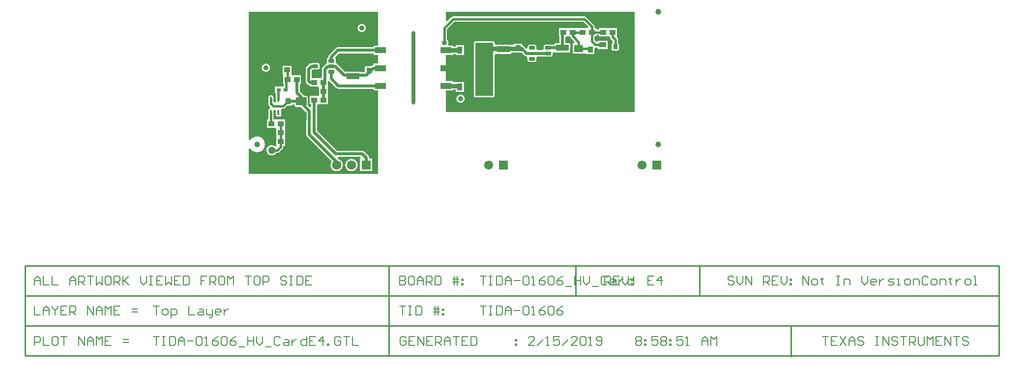
<source format=gtl>
G04*
G04 #@! TF.GenerationSoftware,Altium Limited,Altium Designer,18.1.9 (240)*
G04*
G04 Layer_Physical_Order=1*
G04 Layer_Color=255*
%FSAX25Y25*%
%MOIN*%
G70*
G01*
G75*
%ADD10C,0.00800*%
%ADD21C,0.01000*%
%ADD22C,0.03937*%
%ADD23R,0.08661X0.04331*%
%ADD24R,0.03937X0.03740*%
%ADD25R,0.03740X0.03937*%
%ADD26R,0.06300X0.05000*%
%ADD27R,0.04331X0.08661*%
G04:AMPARAMS|DCode=28|XSize=31.5mil|YSize=29.53mil|CornerRadius=1.92mil|HoleSize=0mil|Usage=FLASHONLY|Rotation=90.000|XOffset=0mil|YOffset=0mil|HoleType=Round|Shape=RoundedRectangle|*
%AMROUNDEDRECTD28*
21,1,0.03150,0.02569,0,0,90.0*
21,1,0.02766,0.02953,0,0,90.0*
1,1,0.00384,0.01284,0.01383*
1,1,0.00384,0.01284,-0.01383*
1,1,0.00384,-0.01284,-0.01383*
1,1,0.00384,-0.01284,0.01383*
%
%ADD28ROUNDEDRECTD28*%
%ADD29R,0.04803X0.03602*%
%ADD30R,0.07480X0.04488*%
G04:AMPARAMS|DCode=31|XSize=23.62mil|YSize=39.37mil|CornerRadius=2.01mil|HoleSize=0mil|Usage=FLASHONLY|Rotation=270.000|XOffset=0mil|YOffset=0mil|HoleType=Round|Shape=RoundedRectangle|*
%AMROUNDEDRECTD31*
21,1,0.02362,0.03535,0,0,270.0*
21,1,0.01961,0.03937,0,0,270.0*
1,1,0.00402,-0.01768,-0.00980*
1,1,0.00402,-0.01768,0.00980*
1,1,0.00402,0.01768,0.00980*
1,1,0.00402,0.01768,-0.00980*
%
%ADD31ROUNDEDRECTD31*%
G04:AMPARAMS|DCode=32|XSize=70.87mil|YSize=55.12mil|CornerRadius=1.93mil|HoleSize=0mil|Usage=FLASHONLY|Rotation=0.000|XOffset=0mil|YOffset=0mil|HoleType=Round|Shape=RoundedRectangle|*
%AMROUNDEDRECTD32*
21,1,0.07087,0.05126,0,0,0.0*
21,1,0.06701,0.05512,0,0,0.0*
1,1,0.00386,0.03350,-0.02563*
1,1,0.00386,-0.03350,-0.02563*
1,1,0.00386,-0.03350,0.02563*
1,1,0.00386,0.03350,0.02563*
%
%ADD32ROUNDEDRECTD32*%
%ADD33R,0.03150X0.02362*%
G04:AMPARAMS|DCode=34|XSize=15.75mil|YSize=33.47mil|CornerRadius=1.97mil|HoleSize=0mil|Usage=FLASHONLY|Rotation=180.000|XOffset=0mil|YOffset=0mil|HoleType=Round|Shape=RoundedRectangle|*
%AMROUNDEDRECTD34*
21,1,0.01575,0.02953,0,0,180.0*
21,1,0.01181,0.03347,0,0,180.0*
1,1,0.00394,-0.00591,0.01476*
1,1,0.00394,0.00591,0.01476*
1,1,0.00394,0.00591,-0.01476*
1,1,0.00394,-0.00591,-0.01476*
%
%ADD34ROUNDEDRECTD34*%
%ADD35R,0.03602X0.04803*%
%ADD55C,0.02000*%
%ADD56C,0.01500*%
%ADD57C,0.03000*%
%ADD58O,0.02500X0.50000*%
%ADD59C,0.06299*%
%ADD60R,0.06299X0.06299*%
%ADD61R,0.06102X0.06102*%
%ADD62C,0.06102*%
%ADD63C,0.05000*%
%ADD64C,0.03500*%
G36*
X0279200Y0250397D02*
X0276196D01*
Y0249192D01*
X0251953D01*
X0251172Y0249037D01*
X0250511Y0248595D01*
X0246171Y0244255D01*
X0245729Y0243594D01*
X0245574Y0242813D01*
Y0242291D01*
X0245377Y0242252D01*
X0244980Y0241986D01*
X0244715Y0241589D01*
X0244621Y0241121D01*
Y0239160D01*
X0244585Y0238284D01*
X0243923Y0237842D01*
X0241758Y0235677D01*
X0241316Y0235015D01*
X0241161Y0234235D01*
Y0228977D01*
X0240454Y0228270D01*
X0239381Y0228270D01*
X0238381Y0228270D01*
X0234239D01*
Y0233551D01*
X0234970Y0234205D01*
X0235019Y0234195D01*
X0238554D01*
X0239023Y0234289D01*
X0239420Y0234554D01*
X0239685Y0234951D01*
X0239779Y0235420D01*
Y0237380D01*
X0239685Y0237849D01*
X0239420Y0238246D01*
X0239023Y0238511D01*
X0238554Y0238605D01*
X0235019D01*
X0234550Y0238511D01*
X0234442Y0238439D01*
X0234200D01*
X0233420Y0238284D01*
X0232758Y0237842D01*
X0230758Y0235842D01*
X0230316Y0235180D01*
X0230161Y0234400D01*
Y0226400D01*
X0230316Y0225620D01*
X0230758Y0224958D01*
X0231758Y0223958D01*
X0232420Y0223516D01*
X0233082Y0223384D01*
Y0222530D01*
X0238489D01*
X0239094Y0222354D01*
X0239381Y0221680D01*
Y0217120D01*
X0239094Y0216446D01*
X0238489Y0216270D01*
X0233082D01*
Y0210530D01*
X0234011D01*
Y0208889D01*
X0233087Y0208507D01*
X0231746Y0209849D01*
X0231767Y0209955D01*
Y0215081D01*
X0231674Y0215546D01*
X0231410Y0215941D01*
X0231016Y0216205D01*
X0230550Y0216297D01*
X0229006D01*
X0228642Y0216842D01*
X0226200Y0219284D01*
Y0224456D01*
X0227130D01*
Y0230196D01*
X0221193D01*
Y0230196D01*
X0220971D01*
X0220591Y0231097D01*
Y0236779D01*
X0214654D01*
Y0231097D01*
X0214654Y0231039D01*
X0214654Y0231039D01*
X0214893Y0230196D01*
X0214893Y0230196D01*
Y0224456D01*
X0215172D01*
Y0222581D01*
X0209263D01*
Y0218219D01*
X0209975D01*
Y0215439D01*
X0209948Y0215305D01*
Y0212353D01*
X0209320Y0211723D01*
X0208789Y0212018D01*
X0208452Y0212512D01*
Y0215305D01*
X0208359Y0215773D01*
X0208094Y0216168D01*
X0207698Y0216433D01*
X0207231Y0216526D01*
X0206050D01*
X0205583Y0216433D01*
X0205188Y0216168D01*
X0204923Y0215773D01*
X0204830Y0215305D01*
Y0212353D01*
X0204857Y0212219D01*
Y0210959D01*
X0204993Y0210276D01*
X0205379Y0209697D01*
X0206409Y0208667D01*
X0206097Y0207797D01*
X0206004Y0207658D01*
X0205583Y0207575D01*
X0205188Y0207310D01*
X0204923Y0206914D01*
X0204830Y0206447D01*
Y0203495D01*
X0204857Y0203361D01*
Y0200270D01*
X0204082D01*
Y0194530D01*
X0209539Y0194530D01*
X0210134Y0194261D01*
X0210381Y0193680D01*
Y0188409D01*
X0210381D01*
X0210381Y0188041D01*
X0210381D01*
Y0182568D01*
X0210358Y0182545D01*
X0209480Y0182062D01*
X0208965Y0182457D01*
X0208114Y0182810D01*
X0207200Y0182930D01*
X0206286Y0182810D01*
X0205435Y0182457D01*
X0204704Y0181896D01*
X0204143Y0181165D01*
X0203790Y0180314D01*
X0203670Y0179400D01*
X0203790Y0178486D01*
X0204143Y0177635D01*
X0204704Y0176904D01*
X0205435Y0176343D01*
X0206286Y0175990D01*
X0207200Y0175870D01*
X0208114Y0175990D01*
X0208965Y0176343D01*
X0209696Y0176904D01*
X0210243Y0177616D01*
X0210984D01*
X0211667Y0177752D01*
X0212246Y0178138D01*
X0214611Y0180504D01*
X0214998Y0181082D01*
X0215134Y0181765D01*
Y0182301D01*
X0216318D01*
Y0188041D01*
X0216318D01*
X0216318Y0188409D01*
X0216318D01*
Y0194149D01*
X0216318D01*
X0216318Y0194530D01*
X0216318D01*
Y0200270D01*
X0211019D01*
X0210381Y0200270D01*
X0209425Y0200270D01*
X0208425Y0200377D01*
Y0203361D01*
X0208452Y0203495D01*
Y0206447D01*
X0209200Y0206944D01*
X0209245Y0206914D01*
X0209948Y0206107D01*
Y0203495D01*
X0210041Y0203028D01*
X0210306Y0202632D01*
X0210701Y0202367D01*
X0211169Y0202274D01*
X0212350D01*
X0212817Y0202367D01*
X0213212Y0202632D01*
X0213477Y0203028D01*
X0213570Y0203495D01*
Y0206447D01*
X0213536Y0206616D01*
X0214004Y0207418D01*
X0214211Y0207616D01*
X0215050D01*
X0215733Y0207751D01*
X0216312Y0208138D01*
X0217755Y0209581D01*
X0221070D01*
Y0210479D01*
X0222633D01*
Y0209955D01*
X0222726Y0209490D01*
X0222990Y0209095D01*
X0223384Y0208831D01*
X0223850Y0208739D01*
X0227088D01*
X0230716Y0205111D01*
Y0189845D01*
X0230871Y0189065D01*
X0231313Y0188403D01*
X0247857Y0171859D01*
X0247575Y0171493D01*
X0247157Y0170483D01*
X0247015Y0169400D01*
X0247157Y0168317D01*
X0247575Y0167307D01*
X0248240Y0166440D01*
X0249107Y0165775D01*
X0250117Y0165357D01*
X0251200Y0165215D01*
X0252283Y0165357D01*
X0253293Y0165775D01*
X0254159Y0166440D01*
X0254825Y0167307D01*
X0255243Y0168317D01*
X0255385Y0169400D01*
X0255243Y0170483D01*
X0254825Y0171493D01*
X0254159Y0172360D01*
X0253293Y0173025D01*
X0252283Y0173443D01*
X0252040Y0173898D01*
X0252605Y0174898D01*
X0267229D01*
X0267477Y0174550D01*
X0267050Y0173550D01*
X0267050D01*
Y0165250D01*
X0275350D01*
Y0173550D01*
X0273700D01*
X0273239Y0174400D01*
X0273084Y0175180D01*
X0272642Y0175842D01*
X0272642Y0175842D01*
X0270105Y0178379D01*
X0269443Y0178821D01*
X0268663Y0178977D01*
X0251507D01*
X0238090Y0192394D01*
Y0209823D01*
X0238797Y0210530D01*
X0240019Y0210530D01*
X0245318D01*
Y0216270D01*
X0245318D01*
X0245318Y0216530D01*
X0245318D01*
Y0222270D01*
X0245318D01*
X0245318Y0222530D01*
X0245318D01*
Y0226022D01*
X0245735Y0226277D01*
X0246318Y0226398D01*
X0251021Y0221695D01*
X0251683Y0221253D01*
X0252463Y0221098D01*
X0276196D01*
Y0219893D01*
X0279200D01*
Y0163400D01*
X0191749D01*
Y0180260D01*
X0191787Y0180282D01*
X0192749Y0180516D01*
X0193429Y0179629D01*
X0194534Y0178782D01*
X0195820Y0178249D01*
X0197200Y0178067D01*
X0198580Y0178249D01*
X0199866Y0178782D01*
X0200971Y0179629D01*
X0201818Y0180734D01*
X0202351Y0182020D01*
X0202533Y0183400D01*
X0202351Y0184780D01*
X0201818Y0186066D01*
X0200971Y0187171D01*
X0199866Y0188018D01*
X0198580Y0188551D01*
X0197200Y0188733D01*
X0195820Y0188551D01*
X0194534Y0188018D01*
X0193429Y0187171D01*
X0192749Y0186284D01*
X0191787Y0186518D01*
X0191749Y0186540D01*
Y0273400D01*
X0279200D01*
Y0250397D01*
D02*
G37*
G36*
X0276196Y0243909D02*
X0279200D01*
Y0238389D01*
X0276196D01*
Y0237184D01*
X0276162D01*
X0275381Y0237029D01*
X0274720Y0236587D01*
X0274352Y0236219D01*
X0270330D01*
Y0232439D01*
X0267531D01*
Y0232798D01*
X0256869D01*
X0256869Y0232798D01*
Y0232798D01*
X0256128Y0233356D01*
X0251642Y0237842D01*
X0250980Y0238284D01*
X0250605Y0239160D01*
Y0241121D01*
X0250512Y0241589D01*
X0250247Y0241986D01*
X0250195Y0242511D01*
X0252797Y0245114D01*
X0276196D01*
Y0243909D01*
D02*
G37*
G36*
X0453200Y0205400D02*
X0325200D01*
Y0219893D01*
X0330204D01*
Y0220588D01*
X0331952D01*
Y0218998D01*
X0337554D01*
Y0225802D01*
X0331952D01*
Y0225686D01*
X0330204D01*
Y0226381D01*
X0325200D01*
Y0243909D01*
X0330204D01*
Y0244604D01*
X0331952D01*
Y0243998D01*
X0337554D01*
Y0250802D01*
X0331952D01*
Y0249702D01*
X0330204D01*
Y0250397D01*
X0327390D01*
X0327223Y0250527D01*
X0326761Y0251397D01*
X0326879Y0251682D01*
X0326974Y0252400D01*
X0326879Y0253118D01*
X0326602Y0253787D01*
X0326161Y0254361D01*
X0325984Y0254497D01*
Y0261661D01*
X0330939Y0266616D01*
X0418461D01*
X0421807Y0263270D01*
X0421722Y0263067D01*
X0421232Y0262270D01*
X0420869D01*
Y0262270D01*
X0414932D01*
Y0262270D01*
X0414169D01*
Y0262270D01*
X0408869D01*
X0408231Y0262270D01*
X0407232Y0262270D01*
X0401932D01*
Y0256530D01*
X0402161D01*
Y0252061D01*
X0398869D01*
Y0250924D01*
X0396958D01*
X0396850Y0250996D01*
X0396381Y0251090D01*
X0392846D01*
X0392377Y0250996D01*
X0391980Y0250731D01*
X0391715Y0250334D01*
X0391621Y0249865D01*
Y0247905D01*
X0390772Y0247184D01*
X0387628D01*
X0386779Y0247905D01*
Y0249865D01*
X0386685Y0250334D01*
X0386420Y0250731D01*
X0386023Y0250996D01*
X0385554Y0251090D01*
X0382019D01*
X0381550Y0250996D01*
X0381153Y0250731D01*
X0380888Y0250334D01*
X0380795Y0249865D01*
Y0248699D01*
X0379795Y0248285D01*
X0378343Y0249736D01*
X0378163Y0249856D01*
X0378002Y0250097D01*
X0377175Y0250649D01*
X0377070Y0250670D01*
Y0251518D01*
X0371330D01*
Y0250844D01*
X0369531D01*
Y0251061D01*
X0359220D01*
X0358220Y0251792D01*
Y0252400D01*
X0358142Y0252790D01*
X0357921Y0253121D01*
X0357590Y0253342D01*
X0357200Y0253420D01*
X0345200D01*
X0344810Y0253342D01*
X0344479Y0253121D01*
X0344258Y0252790D01*
X0344180Y0252400D01*
Y0216400D01*
X0344258Y0216010D01*
X0344479Y0215679D01*
X0344810Y0215458D01*
X0345200Y0215380D01*
X0357200Y0215380D01*
X0357590Y0215458D01*
X0357921Y0215679D01*
X0358142Y0216010D01*
X0358220Y0216400D01*
X0358220Y0244000D01*
X0358869Y0244731D01*
X0369531D01*
Y0245745D01*
X0371330D01*
Y0245581D01*
X0376730D01*
X0378608Y0243703D01*
X0379270Y0243261D01*
X0379958Y0243124D01*
X0380132Y0243027D01*
X0380795Y0242385D01*
Y0240424D01*
X0380888Y0239956D01*
X0381153Y0239559D01*
X0381550Y0239293D01*
X0382019Y0239200D01*
X0385554D01*
X0386023Y0239293D01*
X0386420Y0239559D01*
X0386685Y0239956D01*
X0386779Y0240424D01*
Y0242385D01*
X0387628Y0243106D01*
X0392269D01*
X0392377Y0243034D01*
X0392846Y0242940D01*
X0396381D01*
X0396850Y0243034D01*
X0397247Y0243299D01*
X0397512Y0243696D01*
X0397605Y0244165D01*
Y0245369D01*
X0398605Y0246008D01*
X0398869Y0245886D01*
Y0245731D01*
X0409531D01*
Y0252061D01*
X0406239D01*
Y0255823D01*
X0406946Y0256530D01*
X0407869Y0256530D01*
X0409495Y0256530D01*
X0409551Y0256248D01*
X0409938Y0255669D01*
X0412707Y0252900D01*
X0412293Y0251900D01*
X0411190D01*
Y0244900D01*
X0419490D01*
X0419490Y0244900D01*
X0420330Y0244581D01*
Y0244581D01*
X0420358Y0244581D01*
X0426070D01*
Y0248179D01*
X0426753Y0249063D01*
X0426753Y0249063D01*
X0428249D01*
Y0248060D01*
X0435052D01*
Y0253662D01*
X0428249D01*
Y0253219D01*
X0427249Y0252874D01*
X0425984Y0254139D01*
Y0256530D01*
X0427169D01*
Y0257616D01*
X0428932D01*
Y0256530D01*
X0434232D01*
X0434869Y0256530D01*
X0436286Y0256530D01*
X0436416Y0256400D01*
X0436552Y0255717D01*
X0436938Y0255138D01*
X0438416Y0253661D01*
Y0252032D01*
X0438056Y0251792D01*
X0437793Y0251398D01*
X0437700Y0250933D01*
Y0248167D01*
X0437793Y0247702D01*
X0438056Y0247307D01*
X0438450Y0247044D01*
X0438915Y0246952D01*
X0441484D01*
X0441950Y0247044D01*
X0442344Y0247307D01*
X0442607Y0247702D01*
X0442700Y0248167D01*
Y0250933D01*
X0442607Y0251398D01*
X0442344Y0251792D01*
X0441984Y0252032D01*
Y0254400D01*
X0441984Y0254400D01*
X0441849Y0255083D01*
X0441490Y0255619D01*
X0441168Y0256530D01*
X0441168Y0256530D01*
X0441168Y0256530D01*
Y0262270D01*
X0435869D01*
X0435231Y0262270D01*
X0434232Y0262270D01*
X0428932D01*
Y0261184D01*
X0427169D01*
Y0262270D01*
X0425984D01*
Y0263400D01*
X0425984Y0263400D01*
X0425848Y0264083D01*
X0425462Y0264662D01*
X0425462Y0264662D01*
X0420462Y0269662D01*
X0419883Y0270048D01*
X0419200Y0270184D01*
X0330200D01*
X0329517Y0270048D01*
X0328938Y0269662D01*
X0326124Y0266847D01*
X0325200Y0267230D01*
Y0273400D01*
X0453200D01*
Y0205400D01*
D02*
G37*
G36*
X0357200Y0216400D02*
X0345200Y0216400D01*
Y0252400D01*
X0357200D01*
X0357200Y0216400D01*
D02*
G37*
%LPC*%
G36*
X0268200Y0265174D02*
X0267482Y0265079D01*
X0266813Y0264802D01*
X0266239Y0264361D01*
X0265798Y0263787D01*
X0265521Y0263118D01*
X0265426Y0262400D01*
X0265521Y0261682D01*
X0265798Y0261013D01*
X0266239Y0260439D01*
X0266813Y0259998D01*
X0267482Y0259721D01*
X0268200Y0259626D01*
X0268918Y0259721D01*
X0269587Y0259998D01*
X0270161Y0260439D01*
X0270602Y0261013D01*
X0270879Y0261682D01*
X0270974Y0262400D01*
X0270879Y0263118D01*
X0270602Y0263787D01*
X0270161Y0264361D01*
X0269587Y0264802D01*
X0268918Y0265079D01*
X0268200Y0265174D01*
D02*
G37*
G36*
X0203200Y0238174D02*
X0202482Y0238079D01*
X0201813Y0237802D01*
X0201239Y0237361D01*
X0200798Y0236787D01*
X0200521Y0236118D01*
X0200426Y0235400D01*
X0200521Y0234682D01*
X0200798Y0234013D01*
X0201239Y0233439D01*
X0201813Y0232998D01*
X0202482Y0232721D01*
X0203200Y0232626D01*
X0203918Y0232721D01*
X0204587Y0232998D01*
X0205161Y0233439D01*
X0205602Y0234013D01*
X0205879Y0234682D01*
X0205974Y0235400D01*
X0205879Y0236118D01*
X0205602Y0236787D01*
X0205161Y0237361D01*
X0204587Y0237802D01*
X0203918Y0238079D01*
X0203200Y0238174D01*
D02*
G37*
G36*
X0261200Y0173585D02*
X0260117Y0173443D01*
X0259107Y0173025D01*
X0258241Y0172360D01*
X0257575Y0171493D01*
X0257157Y0170483D01*
X0257015Y0169400D01*
X0257157Y0168317D01*
X0257575Y0167307D01*
X0258241Y0166440D01*
X0259107Y0165775D01*
X0260117Y0165357D01*
X0261200Y0165215D01*
X0262283Y0165357D01*
X0263293Y0165775D01*
X0264159Y0166440D01*
X0264825Y0167307D01*
X0265243Y0168317D01*
X0265385Y0169400D01*
X0265243Y0170483D01*
X0264825Y0171493D01*
X0264159Y0172360D01*
X0263293Y0173025D01*
X0262283Y0173443D01*
X0261200Y0173585D01*
D02*
G37*
G36*
X0335200Y0217174D02*
X0334482Y0217079D01*
X0333813Y0216802D01*
X0333239Y0216361D01*
X0332798Y0215787D01*
X0332521Y0215118D01*
X0332426Y0214400D01*
X0332521Y0213682D01*
X0332798Y0213013D01*
X0333239Y0212439D01*
X0333813Y0211998D01*
X0334482Y0211721D01*
X0335200Y0211626D01*
X0335918Y0211721D01*
X0336587Y0211998D01*
X0337161Y0212439D01*
X0337602Y0213013D01*
X0337879Y0213682D01*
X0337974Y0214400D01*
X0337879Y0215118D01*
X0337602Y0215787D01*
X0337161Y0216361D01*
X0336587Y0216802D01*
X0335918Y0217079D01*
X0335200Y0217174D01*
D02*
G37*
%LPD*%
G54D10*
X0126900Y0073549D02*
X0130899D01*
X0128899D01*
Y0067551D01*
X0133898D02*
X0135897D01*
X0136897Y0068550D01*
Y0070550D01*
X0135897Y0071549D01*
X0133898D01*
X0132898Y0070550D01*
Y0068550D01*
X0133898Y0067551D01*
X0138896Y0065551D02*
Y0071549D01*
X0141895D01*
X0142895Y0070550D01*
Y0068550D01*
X0141895Y0067551D01*
X0138896D01*
X0150892Y0073549D02*
Y0067551D01*
X0154891D01*
X0157890Y0071549D02*
X0159889D01*
X0160889Y0070550D01*
Y0067551D01*
X0157890D01*
X0156890Y0068550D01*
X0157890Y0069550D01*
X0160889D01*
X0162888Y0071549D02*
Y0068550D01*
X0163888Y0067551D01*
X0166887D01*
Y0066551D01*
X0165887Y0065551D01*
X0164888D01*
X0166887Y0067551D02*
Y0071549D01*
X0171885Y0067551D02*
X0169886D01*
X0168886Y0068550D01*
Y0070550D01*
X0169886Y0071549D01*
X0171885D01*
X0172885Y0070550D01*
Y0069550D01*
X0168886D01*
X0174884Y0071549D02*
Y0067551D01*
Y0069550D01*
X0175884Y0070550D01*
X0176884Y0071549D01*
X0177884D01*
X0348550Y0073498D02*
X0352549D01*
X0350549D01*
Y0067500D01*
X0354548Y0073498D02*
X0356547D01*
X0355548D01*
Y0067500D01*
X0354548D01*
X0356547D01*
X0359546Y0073498D02*
Y0067500D01*
X0362545D01*
X0363545Y0068500D01*
Y0072498D01*
X0362545Y0073498D01*
X0359546D01*
X0365545Y0067500D02*
Y0071499D01*
X0367544Y0073498D01*
X0369543Y0071499D01*
Y0067500D01*
Y0070499D01*
X0365545D01*
X0371543D02*
X0375541D01*
X0377541Y0072498D02*
X0378540Y0073498D01*
X0380540D01*
X0381539Y0072498D01*
Y0068500D01*
X0380540Y0067500D01*
X0378540D01*
X0377541Y0068500D01*
Y0072498D01*
X0383539Y0067500D02*
X0385538D01*
X0384538D01*
Y0073498D01*
X0383539Y0072498D01*
X0392536Y0073498D02*
X0390536Y0072498D01*
X0388537Y0070499D01*
Y0068500D01*
X0389537Y0067500D01*
X0391536D01*
X0392536Y0068500D01*
Y0069499D01*
X0391536Y0070499D01*
X0388537D01*
X0394535Y0072498D02*
X0395535Y0073498D01*
X0397534D01*
X0398534Y0072498D01*
Y0068500D01*
X0397534Y0067500D01*
X0395535D01*
X0394535Y0068500D01*
Y0072498D01*
X0404532Y0073498D02*
X0402532Y0072498D01*
X0400533Y0070499D01*
Y0068500D01*
X0401533Y0067500D01*
X0403532D01*
X0404532Y0068500D01*
Y0069499D01*
X0403532Y0070499D01*
X0400533D01*
X0294000Y0073498D02*
X0297999D01*
X0295999D01*
Y0067500D01*
X0299998Y0073498D02*
X0301997D01*
X0300998D01*
Y0067500D01*
X0299998D01*
X0301997D01*
X0304996Y0073498D02*
Y0067500D01*
X0307996D01*
X0308995Y0068500D01*
Y0072498D01*
X0307996Y0073498D01*
X0304996D01*
X0317992Y0067500D02*
Y0073498D01*
X0319992D02*
Y0067500D01*
X0316993Y0071499D02*
X0319992D01*
X0320991D01*
X0316993Y0069499D02*
X0320991D01*
X0322991Y0071499D02*
X0323990D01*
Y0070499D01*
X0322991D01*
Y0071499D01*
Y0068500D02*
X0323990D01*
Y0067500D01*
X0322991D01*
Y0068500D01*
X0580500Y0052965D02*
X0584499D01*
X0582499D01*
Y0046966D01*
X0590497Y0052965D02*
X0586498D01*
Y0046966D01*
X0590497D01*
X0586498Y0049966D02*
X0588497D01*
X0592496Y0052965D02*
X0596495Y0046966D01*
Y0052965D02*
X0592496Y0046966D01*
X0598494D02*
Y0050965D01*
X0600493Y0052965D01*
X0602493Y0050965D01*
Y0046966D01*
Y0049966D01*
X0598494D01*
X0608491Y0051965D02*
X0607491Y0052965D01*
X0605492D01*
X0604492Y0051965D01*
Y0050965D01*
X0605492Y0049966D01*
X0607491D01*
X0608491Y0048966D01*
Y0047966D01*
X0607491Y0046966D01*
X0605492D01*
X0604492Y0047966D01*
X0616488Y0052965D02*
X0618488D01*
X0617488D01*
Y0046966D01*
X0616488D01*
X0618488D01*
X0621487D02*
Y0052965D01*
X0625486Y0046966D01*
Y0052965D01*
X0631484Y0051965D02*
X0630484Y0052965D01*
X0628484D01*
X0627485Y0051965D01*
Y0050965D01*
X0628484Y0049966D01*
X0630484D01*
X0631484Y0048966D01*
Y0047966D01*
X0630484Y0046966D01*
X0628484D01*
X0627485Y0047966D01*
X0633483Y0052965D02*
X0637482D01*
X0635482D01*
Y0046966D01*
X0639481D02*
Y0052965D01*
X0642480D01*
X0643480Y0051965D01*
Y0049966D01*
X0642480Y0048966D01*
X0639481D01*
X0641480D02*
X0643480Y0046966D01*
X0645479Y0052965D02*
Y0047966D01*
X0646479Y0046966D01*
X0648478D01*
X0649478Y0047966D01*
Y0052965D01*
X0651477Y0046966D02*
Y0052965D01*
X0653476Y0050965D01*
X0655476Y0052965D01*
Y0046966D01*
X0661474Y0052965D02*
X0657475D01*
Y0046966D01*
X0661474D01*
X0657475Y0049966D02*
X0659474D01*
X0663473Y0046966D02*
Y0052965D01*
X0667472Y0046966D01*
Y0052965D01*
X0669471D02*
X0673470D01*
X0671471D01*
Y0046966D01*
X0679468Y0051965D02*
X0678468Y0052965D01*
X0676469D01*
X0675469Y0051965D01*
Y0050965D01*
X0676469Y0049966D01*
X0678468D01*
X0679468Y0048966D01*
Y0047966D01*
X0678468Y0046966D01*
X0676469D01*
X0675469Y0047966D01*
X0454050Y0051965D02*
X0455050Y0052965D01*
X0457049D01*
X0458049Y0051965D01*
Y0050965D01*
X0457049Y0049966D01*
X0458049Y0048966D01*
Y0047966D01*
X0457049Y0046966D01*
X0455050D01*
X0454050Y0047966D01*
Y0048966D01*
X0455050Y0049966D01*
X0454050Y0050965D01*
Y0051965D01*
X0455050Y0049966D02*
X0457049D01*
X0460048Y0050965D02*
X0461048D01*
Y0049966D01*
X0460048D01*
Y0050965D01*
Y0047966D02*
X0461048D01*
Y0046966D01*
X0460048D01*
Y0047966D01*
X0469045Y0052965D02*
X0465046D01*
Y0049966D01*
X0467046Y0050965D01*
X0468046D01*
X0469045Y0049966D01*
Y0047966D01*
X0468046Y0046966D01*
X0466046D01*
X0465046Y0047966D01*
X0471044Y0051965D02*
X0472044Y0052965D01*
X0474044D01*
X0475043Y0051965D01*
Y0050965D01*
X0474044Y0049966D01*
X0475043Y0048966D01*
Y0047966D01*
X0474044Y0046966D01*
X0472044D01*
X0471044Y0047966D01*
Y0048966D01*
X0472044Y0049966D01*
X0471044Y0050965D01*
Y0051965D01*
X0472044Y0049966D02*
X0474044D01*
X0477043Y0050965D02*
X0478042D01*
Y0049966D01*
X0477043D01*
Y0050965D01*
Y0047966D02*
X0478042D01*
Y0046966D01*
X0477043D01*
Y0047966D01*
X0486040Y0052965D02*
X0482041D01*
Y0049966D01*
X0484040Y0050965D01*
X0485040D01*
X0486040Y0049966D01*
Y0047966D01*
X0485040Y0046966D01*
X0483041D01*
X0482041Y0047966D01*
X0488039Y0046966D02*
X0490038D01*
X0489039D01*
Y0052965D01*
X0488039Y0051965D01*
X0499035Y0046966D02*
Y0050965D01*
X0501035Y0052965D01*
X0503034Y0050965D01*
Y0046966D01*
Y0049966D01*
X0499035D01*
X0505033Y0046966D02*
Y0052965D01*
X0507033Y0050965D01*
X0509032Y0052965D01*
Y0046966D01*
X0046350D02*
Y0052965D01*
X0049349D01*
X0050349Y0051965D01*
Y0049966D01*
X0049349Y0048966D01*
X0046350D01*
X0052348Y0052965D02*
Y0046966D01*
X0056347D01*
X0061345Y0052965D02*
X0059346D01*
X0058346Y0051965D01*
Y0047966D01*
X0059346Y0046966D01*
X0061345D01*
X0062345Y0047966D01*
Y0051965D01*
X0061345Y0052965D01*
X0064344D02*
X0068343D01*
X0066343D01*
Y0046966D01*
X0076340D02*
Y0052965D01*
X0080339Y0046966D01*
Y0052965D01*
X0082338Y0046966D02*
Y0050965D01*
X0084338Y0052965D01*
X0086337Y0050965D01*
Y0046966D01*
Y0049966D01*
X0082338D01*
X0088336Y0046966D02*
Y0052965D01*
X0090336Y0050965D01*
X0092335Y0052965D01*
Y0046966D01*
X0098333Y0052965D02*
X0094335D01*
Y0046966D01*
X0098333D01*
X0094335Y0049966D02*
X0096334D01*
X0106331Y0048966D02*
X0110329D01*
X0106331Y0050965D02*
X0110329D01*
X0046350Y0073549D02*
Y0067551D01*
X0050349D01*
X0052348D02*
Y0071549D01*
X0054347Y0073549D01*
X0056347Y0071549D01*
Y0067551D01*
Y0070550D01*
X0052348D01*
X0058346Y0073549D02*
Y0072549D01*
X0060346Y0070550D01*
X0062345Y0072549D01*
Y0073549D01*
X0060346Y0070550D02*
Y0067551D01*
X0068343Y0073549D02*
X0064344D01*
Y0067551D01*
X0068343D01*
X0064344Y0070550D02*
X0066343D01*
X0070342Y0067551D02*
Y0073549D01*
X0073341D01*
X0074341Y0072549D01*
Y0070550D01*
X0073341Y0069550D01*
X0070342D01*
X0072342D02*
X0074341Y0067551D01*
X0082338D02*
Y0073549D01*
X0086337Y0067551D01*
Y0073549D01*
X0088336Y0067551D02*
Y0071549D01*
X0090336Y0073549D01*
X0092335Y0071549D01*
Y0067551D01*
Y0070550D01*
X0088336D01*
X0094335Y0067551D02*
Y0073549D01*
X0096334Y0071549D01*
X0098333Y0073549D01*
Y0067551D01*
X0104331Y0073549D02*
X0100332D01*
Y0067551D01*
X0104331D01*
X0100332Y0070550D02*
X0102332D01*
X0112329Y0069550D02*
X0116327D01*
X0112329Y0071549D02*
X0116327D01*
X0294000Y0093831D02*
Y0087833D01*
X0296999D01*
X0297999Y0088833D01*
Y0089833D01*
X0296999Y0090832D01*
X0294000D01*
X0296999D01*
X0297999Y0091832D01*
Y0092832D01*
X0296999Y0093831D01*
X0294000D01*
X0302997D02*
X0300998D01*
X0299998Y0092832D01*
Y0088833D01*
X0300998Y0087833D01*
X0302997D01*
X0303997Y0088833D01*
Y0092832D01*
X0302997Y0093831D01*
X0305996Y0087833D02*
Y0091832D01*
X0307996Y0093831D01*
X0309995Y0091832D01*
Y0087833D01*
Y0090832D01*
X0305996D01*
X0311994Y0087833D02*
Y0093831D01*
X0314993D01*
X0315993Y0092832D01*
Y0090832D01*
X0314993Y0089833D01*
X0311994D01*
X0313994D02*
X0315993Y0087833D01*
X0317992Y0093831D02*
Y0087833D01*
X0320991D01*
X0321991Y0088833D01*
Y0092832D01*
X0320991Y0093831D01*
X0317992D01*
X0330988Y0087833D02*
Y0093831D01*
X0332987D02*
Y0087833D01*
X0329988Y0091832D02*
X0332987D01*
X0333987D01*
X0329988Y0089833D02*
X0333987D01*
X0335986Y0091832D02*
X0336986D01*
Y0090832D01*
X0335986D01*
Y0091832D01*
Y0088833D02*
X0336986D01*
Y0087833D01*
X0335986D01*
Y0088833D01*
X0348550Y0093831D02*
X0352549D01*
X0350549D01*
Y0087833D01*
X0354548Y0093831D02*
X0356547D01*
X0355548D01*
Y0087833D01*
X0354548D01*
X0356547D01*
X0359546Y0093831D02*
Y0087833D01*
X0362545D01*
X0363545Y0088833D01*
Y0092832D01*
X0362545Y0093831D01*
X0359546D01*
X0365545Y0087833D02*
Y0091832D01*
X0367544Y0093831D01*
X0369543Y0091832D01*
Y0087833D01*
Y0090832D01*
X0365545D01*
X0371543D02*
X0375541D01*
X0377541Y0092832D02*
X0378540Y0093831D01*
X0380540D01*
X0381539Y0092832D01*
Y0088833D01*
X0380540Y0087833D01*
X0378540D01*
X0377541Y0088833D01*
Y0092832D01*
X0383539Y0087833D02*
X0385538D01*
X0384538D01*
Y0093831D01*
X0383539Y0092832D01*
X0392536Y0093831D02*
X0390536Y0092832D01*
X0388537Y0090832D01*
Y0088833D01*
X0389537Y0087833D01*
X0391536D01*
X0392536Y0088833D01*
Y0089833D01*
X0391536Y0090832D01*
X0388537D01*
X0394535Y0092832D02*
X0395535Y0093831D01*
X0397534D01*
X0398534Y0092832D01*
Y0088833D01*
X0397534Y0087833D01*
X0395535D01*
X0394535Y0088833D01*
Y0092832D01*
X0404532Y0093831D02*
X0402532Y0092832D01*
X0400533Y0090832D01*
Y0088833D01*
X0401533Y0087833D01*
X0403532D01*
X0404532Y0088833D01*
Y0089833D01*
X0403532Y0090832D01*
X0400533D01*
X0406531Y0086834D02*
X0410530D01*
X0412529Y0093831D02*
Y0087833D01*
Y0090832D01*
X0416528D01*
Y0093831D01*
Y0087833D01*
X0418527Y0093831D02*
Y0089833D01*
X0420527Y0087833D01*
X0422526Y0089833D01*
Y0093831D01*
X0424525Y0086834D02*
X0428524D01*
X0434522Y0092832D02*
X0433523Y0093831D01*
X0431523D01*
X0430523Y0092832D01*
Y0088833D01*
X0431523Y0087833D01*
X0433523D01*
X0434522Y0088833D01*
X0437521Y0091832D02*
X0439521D01*
X0440520Y0090832D01*
Y0087833D01*
X0437521D01*
X0436521Y0088833D01*
X0437521Y0089833D01*
X0440520D01*
X0442520Y0091832D02*
Y0087833D01*
Y0089833D01*
X0443519Y0090832D01*
X0444519Y0091832D01*
X0445519D01*
X0452516Y0093831D02*
Y0087833D01*
X0449517D01*
X0448518Y0088833D01*
Y0090832D01*
X0449517Y0091832D01*
X0452516D01*
X0466149Y0093831D02*
X0462150D01*
Y0087833D01*
X0466149D01*
X0462150Y0090832D02*
X0464149D01*
X0471147Y0087833D02*
Y0093831D01*
X0468148Y0090832D01*
X0472147D01*
X0046350Y0087833D02*
Y0091832D01*
X0048349Y0093831D01*
X0050349Y0091832D01*
Y0087833D01*
Y0090832D01*
X0046350D01*
X0052348Y0093831D02*
Y0087833D01*
X0056347D01*
X0058346Y0093831D02*
Y0087833D01*
X0062345D01*
X0070342D02*
Y0091832D01*
X0072342Y0093831D01*
X0074341Y0091832D01*
Y0087833D01*
Y0090832D01*
X0070342D01*
X0076340Y0087833D02*
Y0093831D01*
X0079339D01*
X0080339Y0092832D01*
Y0090832D01*
X0079339Y0089833D01*
X0076340D01*
X0078340D02*
X0080339Y0087833D01*
X0082338Y0093831D02*
X0086337D01*
X0084338D01*
Y0087833D01*
X0088336Y0093831D02*
Y0087833D01*
X0090336Y0089833D01*
X0092335Y0087833D01*
Y0093831D01*
X0097334D02*
X0095334D01*
X0094335Y0092832D01*
Y0088833D01*
X0095334Y0087833D01*
X0097334D01*
X0098333Y0088833D01*
Y0092832D01*
X0097334Y0093831D01*
X0100332Y0087833D02*
Y0093831D01*
X0103332D01*
X0104331Y0092832D01*
Y0090832D01*
X0103332Y0089833D01*
X0100332D01*
X0102332D02*
X0104331Y0087833D01*
X0106331Y0093831D02*
Y0087833D01*
Y0089833D01*
X0110329Y0093831D01*
X0107330Y0090832D01*
X0110329Y0087833D01*
X0118327Y0093831D02*
Y0089833D01*
X0120326Y0087833D01*
X0122325Y0089833D01*
Y0093831D01*
X0124325D02*
X0126324D01*
X0125324D01*
Y0087833D01*
X0124325D01*
X0126324D01*
X0133322Y0093831D02*
X0129323D01*
Y0087833D01*
X0133322D01*
X0129323Y0090832D02*
X0131323D01*
X0135321Y0093831D02*
Y0087833D01*
X0137321Y0089833D01*
X0139320Y0087833D01*
Y0093831D01*
X0145318D02*
X0141319D01*
Y0087833D01*
X0145318D01*
X0141319Y0090832D02*
X0143319D01*
X0147317Y0093831D02*
Y0087833D01*
X0150316D01*
X0151316Y0088833D01*
Y0092832D01*
X0150316Y0093831D01*
X0147317D01*
X0163312D02*
X0159313D01*
Y0090832D01*
X0161313D01*
X0159313D01*
Y0087833D01*
X0165312D02*
Y0093831D01*
X0168310D01*
X0169310Y0092832D01*
Y0090832D01*
X0168310Y0089833D01*
X0165312D01*
X0167311D02*
X0169310Y0087833D01*
X0174309Y0093831D02*
X0172309D01*
X0171310Y0092832D01*
Y0088833D01*
X0172309Y0087833D01*
X0174309D01*
X0175308Y0088833D01*
Y0092832D01*
X0174309Y0093831D01*
X0177308Y0087833D02*
Y0093831D01*
X0179307Y0091832D01*
X0181306Y0093831D01*
Y0087833D01*
X0189304Y0093831D02*
X0193303D01*
X0191303D01*
Y0087833D01*
X0198301Y0093831D02*
X0196301D01*
X0195302Y0092832D01*
Y0088833D01*
X0196301Y0087833D01*
X0198301D01*
X0199301Y0088833D01*
Y0092832D01*
X0198301Y0093831D01*
X0201300Y0087833D02*
Y0093831D01*
X0204299D01*
X0205299Y0092832D01*
Y0090832D01*
X0204299Y0089833D01*
X0201300D01*
X0217295Y0092832D02*
X0216295Y0093831D01*
X0214296D01*
X0213296Y0092832D01*
Y0091832D01*
X0214296Y0090832D01*
X0216295D01*
X0217295Y0089833D01*
Y0088833D01*
X0216295Y0087833D01*
X0214296D01*
X0213296Y0088833D01*
X0219294Y0093831D02*
X0221293D01*
X0220294D01*
Y0087833D01*
X0219294D01*
X0221293D01*
X0224292Y0093831D02*
Y0087833D01*
X0227291D01*
X0228291Y0088833D01*
Y0092832D01*
X0227291Y0093831D01*
X0224292D01*
X0234289D02*
X0230291D01*
Y0087833D01*
X0234289D01*
X0230291Y0090832D02*
X0232290D01*
X0298199Y0051965D02*
X0297199Y0052965D01*
X0295200D01*
X0294200Y0051965D01*
Y0047966D01*
X0295200Y0046966D01*
X0297199D01*
X0298199Y0047966D01*
Y0049966D01*
X0296199D01*
X0304197Y0052965D02*
X0300198D01*
Y0046966D01*
X0304197D01*
X0300198Y0049966D02*
X0302197D01*
X0306196Y0046966D02*
Y0052965D01*
X0310195Y0046966D01*
Y0052965D01*
X0316193D02*
X0312194D01*
Y0046966D01*
X0316193D01*
X0312194Y0049966D02*
X0314194D01*
X0318192Y0046966D02*
Y0052965D01*
X0321191D01*
X0322191Y0051965D01*
Y0049966D01*
X0321191Y0048966D01*
X0318192D01*
X0320192D02*
X0322191Y0046966D01*
X0324190D02*
Y0050965D01*
X0326190Y0052965D01*
X0328189Y0050965D01*
Y0046966D01*
Y0049966D01*
X0324190D01*
X0330188Y0052965D02*
X0334187D01*
X0332188D01*
Y0046966D01*
X0340185Y0052965D02*
X0336186D01*
Y0046966D01*
X0340185D01*
X0336186Y0049966D02*
X0338186D01*
X0342184Y0052965D02*
Y0046966D01*
X0345183D01*
X0346183Y0047966D01*
Y0051965D01*
X0345183Y0052965D01*
X0342184D01*
X0372175Y0050965D02*
X0373175D01*
Y0049966D01*
X0372175D01*
Y0050965D01*
Y0047966D02*
X0373175D01*
Y0046966D01*
X0372175D01*
Y0047966D01*
X0385149Y0046966D02*
X0381150D01*
X0385149Y0050965D01*
Y0051965D01*
X0384149Y0052965D01*
X0382150D01*
X0381150Y0051965D01*
X0387148Y0046966D02*
X0391147Y0050965D01*
X0393146Y0046966D02*
X0395146D01*
X0394146D01*
Y0052965D01*
X0393146Y0051965D01*
X0402143Y0052965D02*
X0398145D01*
Y0049966D01*
X0400144Y0050965D01*
X0401144D01*
X0402143Y0049966D01*
Y0047966D01*
X0401144Y0046966D01*
X0399144D01*
X0398145Y0047966D01*
X0404143Y0046966D02*
X0408141Y0050965D01*
X0414139Y0046966D02*
X0410141D01*
X0414139Y0050965D01*
Y0051965D01*
X0413140Y0052965D01*
X0411140D01*
X0410141Y0051965D01*
X0416139D02*
X0417138Y0052965D01*
X0419138D01*
X0420137Y0051965D01*
Y0047966D01*
X0419138Y0046966D01*
X0417138D01*
X0416139Y0047966D01*
Y0051965D01*
X0422137Y0046966D02*
X0424136D01*
X0423136D01*
Y0052965D01*
X0422137Y0051965D01*
X0427135Y0047966D02*
X0428135Y0046966D01*
X0430134D01*
X0431134Y0047966D01*
Y0051965D01*
X0430134Y0052965D01*
X0428135D01*
X0427135Y0051965D01*
Y0050965D01*
X0428135Y0049966D01*
X0431134D01*
X0126900Y0052965D02*
X0130899D01*
X0128899D01*
Y0046966D01*
X0132898Y0052965D02*
X0134897D01*
X0133898D01*
Y0046966D01*
X0132898D01*
X0134897D01*
X0137896Y0052965D02*
Y0046966D01*
X0140895D01*
X0141895Y0047966D01*
Y0051965D01*
X0140895Y0052965D01*
X0137896D01*
X0143895Y0046966D02*
Y0050965D01*
X0145894Y0052965D01*
X0147893Y0050965D01*
Y0046966D01*
Y0049966D01*
X0143895D01*
X0149893D02*
X0153891D01*
X0155891Y0051965D02*
X0156890Y0052965D01*
X0158890D01*
X0159889Y0051965D01*
Y0047966D01*
X0158890Y0046966D01*
X0156890D01*
X0155891Y0047966D01*
Y0051965D01*
X0161889Y0046966D02*
X0163888D01*
X0162888D01*
Y0052965D01*
X0161889Y0051965D01*
X0170886Y0052965D02*
X0168886Y0051965D01*
X0166887Y0049966D01*
Y0047966D01*
X0167887Y0046966D01*
X0169886D01*
X0170886Y0047966D01*
Y0048966D01*
X0169886Y0049966D01*
X0166887D01*
X0172885Y0051965D02*
X0173885Y0052965D01*
X0175884D01*
X0176884Y0051965D01*
Y0047966D01*
X0175884Y0046966D01*
X0173885D01*
X0172885Y0047966D01*
Y0051965D01*
X0182882Y0052965D02*
X0180883Y0051965D01*
X0178883Y0049966D01*
Y0047966D01*
X0179883Y0046966D01*
X0181882D01*
X0182882Y0047966D01*
Y0048966D01*
X0181882Y0049966D01*
X0178883D01*
X0184881Y0045967D02*
X0188880D01*
X0190879Y0052965D02*
Y0046966D01*
Y0049966D01*
X0194878D01*
Y0052965D01*
Y0046966D01*
X0196877Y0052965D02*
Y0048966D01*
X0198877Y0046966D01*
X0200876Y0048966D01*
Y0052965D01*
X0202875Y0045967D02*
X0206874D01*
X0212872Y0051965D02*
X0211873Y0052965D01*
X0209873D01*
X0208874Y0051965D01*
Y0047966D01*
X0209873Y0046966D01*
X0211873D01*
X0212872Y0047966D01*
X0215871Y0050965D02*
X0217871D01*
X0218870Y0049966D01*
Y0046966D01*
X0215871D01*
X0214872Y0047966D01*
X0215871Y0048966D01*
X0218870D01*
X0220870Y0050965D02*
Y0046966D01*
Y0048966D01*
X0221869Y0049966D01*
X0222869Y0050965D01*
X0223869D01*
X0230866Y0052965D02*
Y0046966D01*
X0227867D01*
X0226868Y0047966D01*
Y0049966D01*
X0227867Y0050965D01*
X0230866D01*
X0236864Y0052965D02*
X0232866D01*
Y0046966D01*
X0236864D01*
X0232866Y0049966D02*
X0234865D01*
X0241863Y0046966D02*
Y0052965D01*
X0238864Y0049966D01*
X0242863D01*
X0244862Y0046966D02*
Y0047966D01*
X0245862D01*
Y0046966D01*
X0244862D01*
X0253859Y0051965D02*
X0252859Y0052965D01*
X0250860D01*
X0249860Y0051965D01*
Y0047966D01*
X0250860Y0046966D01*
X0252859D01*
X0253859Y0047966D01*
Y0049966D01*
X0251860D01*
X0255858Y0052965D02*
X0259857D01*
X0257858D01*
Y0046966D01*
X0261856Y0052965D02*
Y0046966D01*
X0265855D01*
X0433000Y0087833D02*
Y0093831D01*
X0435999D01*
X0436999Y0092832D01*
Y0090832D01*
X0435999Y0089833D01*
X0433000D01*
X0434999D02*
X0436999Y0087833D01*
X0442997Y0093831D02*
X0438998D01*
Y0087833D01*
X0442997D01*
X0438998Y0090832D02*
X0440997D01*
X0444996Y0093831D02*
Y0089833D01*
X0446995Y0087833D01*
X0448995Y0089833D01*
Y0093831D01*
X0450994Y0091832D02*
X0451994D01*
Y0090832D01*
X0450994D01*
Y0091832D01*
Y0088833D02*
X0451994D01*
Y0087833D01*
X0450994D01*
Y0088833D01*
X0520799Y0092832D02*
X0519799Y0093831D01*
X0517800D01*
X0516800Y0092832D01*
Y0091832D01*
X0517800Y0090832D01*
X0519799D01*
X0520799Y0089833D01*
Y0088833D01*
X0519799Y0087833D01*
X0517800D01*
X0516800Y0088833D01*
X0522798Y0093831D02*
Y0089833D01*
X0524797Y0087833D01*
X0526797Y0089833D01*
Y0093831D01*
X0528796Y0087833D02*
Y0093831D01*
X0532795Y0087833D01*
Y0093831D01*
X0540792Y0087833D02*
Y0093831D01*
X0543791D01*
X0544791Y0092832D01*
Y0090832D01*
X0543791Y0089833D01*
X0540792D01*
X0542792D02*
X0544791Y0087833D01*
X0550789Y0093831D02*
X0546790D01*
Y0087833D01*
X0550789D01*
X0546790Y0090832D02*
X0548790D01*
X0552788Y0093831D02*
Y0089833D01*
X0554788Y0087833D01*
X0556787Y0089833D01*
Y0093831D01*
X0558786Y0091832D02*
X0559786D01*
Y0090832D01*
X0558786D01*
Y0091832D01*
Y0088833D02*
X0559786D01*
Y0087833D01*
X0558786D01*
Y0088833D01*
X0567400Y0087833D02*
Y0093831D01*
X0571399Y0087833D01*
Y0093831D01*
X0574398Y0087833D02*
X0576397D01*
X0577397Y0088833D01*
Y0090832D01*
X0576397Y0091832D01*
X0574398D01*
X0573398Y0090832D01*
Y0088833D01*
X0574398Y0087833D01*
X0580396Y0092832D02*
Y0091832D01*
X0579396D01*
X0581395D01*
X0580396D01*
Y0088833D01*
X0581395Y0087833D01*
X0590393Y0093831D02*
X0592392D01*
X0591392D01*
Y0087833D01*
X0590393D01*
X0592392D01*
X0595391D02*
Y0091832D01*
X0598390D01*
X0599390Y0090832D01*
Y0087833D01*
X0607387Y0093831D02*
Y0089833D01*
X0609386Y0087833D01*
X0611386Y0089833D01*
Y0093831D01*
X0616384Y0087833D02*
X0614385D01*
X0613385Y0088833D01*
Y0090832D01*
X0614385Y0091832D01*
X0616384D01*
X0617384Y0090832D01*
Y0089833D01*
X0613385D01*
X0619383Y0091832D02*
Y0087833D01*
Y0089833D01*
X0620383Y0090832D01*
X0621383Y0091832D01*
X0622382D01*
X0625381Y0087833D02*
X0628380D01*
X0629380Y0088833D01*
X0628380Y0089833D01*
X0626381D01*
X0625381Y0090832D01*
X0626381Y0091832D01*
X0629380D01*
X0631379Y0087833D02*
X0633379D01*
X0632379D01*
Y0091832D01*
X0631379D01*
X0637377Y0087833D02*
X0639377D01*
X0640376Y0088833D01*
Y0090832D01*
X0639377Y0091832D01*
X0637377D01*
X0636378Y0090832D01*
Y0088833D01*
X0637377Y0087833D01*
X0642376D02*
Y0091832D01*
X0645375D01*
X0646374Y0090832D01*
Y0087833D01*
X0652373Y0092832D02*
X0651373Y0093831D01*
X0649373D01*
X0648374Y0092832D01*
Y0088833D01*
X0649373Y0087833D01*
X0651373D01*
X0652373Y0088833D01*
X0655372Y0087833D02*
X0657371D01*
X0658371Y0088833D01*
Y0090832D01*
X0657371Y0091832D01*
X0655372D01*
X0654372Y0090832D01*
Y0088833D01*
X0655372Y0087833D01*
X0660370D02*
Y0091832D01*
X0663369D01*
X0664369Y0090832D01*
Y0087833D01*
X0667368Y0092832D02*
Y0091832D01*
X0666368D01*
X0668367D01*
X0667368D01*
Y0088833D01*
X0668367Y0087833D01*
X0671366Y0091832D02*
Y0087833D01*
Y0089833D01*
X0672366Y0090832D01*
X0673366Y0091832D01*
X0674365D01*
X0678364Y0087833D02*
X0680364D01*
X0681363Y0088833D01*
Y0090832D01*
X0680364Y0091832D01*
X0678364D01*
X0677364Y0090832D01*
Y0088833D01*
X0678364Y0087833D01*
X0683362D02*
X0685362D01*
X0684362D01*
Y0093831D01*
X0683362D01*
G54D21*
X0559400Y0039400D02*
Y0059683D01*
X0440500Y0040050D02*
X0700200D01*
Y0101050D01*
X0286500Y0040050D02*
Y0101050D01*
X0040000Y0040050D02*
Y0101050D01*
X0040050Y0040050D02*
X0197600D01*
X0040050D02*
Y0101050D01*
Y0101050D02*
X0700200D01*
X0040000Y0040050D02*
X0440500D01*
X0040000Y0060383D02*
X0700000D01*
X0040000Y0080717D02*
X0700200D01*
X0413200D02*
Y0101050D01*
X0497200Y0080717D02*
Y0101050D01*
G54D22*
X0469200Y0183400D02*
D03*
X0197200D02*
D03*
X0469200Y0273400D02*
D03*
G54D23*
X0262200Y0216641D02*
D03*
Y0229633D02*
D03*
X0364200Y0234904D02*
D03*
Y0247896D02*
D03*
X0404200Y0235904D02*
D03*
Y0248896D02*
D03*
G54D24*
X0242350Y0219400D02*
D03*
X0236050D02*
D03*
X0361350Y0224400D02*
D03*
X0355050D02*
D03*
X0236050Y0213400D02*
D03*
X0242350D02*
D03*
X0438200Y0259400D02*
D03*
X0431901D02*
D03*
X0236050Y0225400D02*
D03*
X0242350D02*
D03*
X0207050Y0191279D02*
D03*
X0213350D02*
D03*
X0213350Y0197400D02*
D03*
X0207050D02*
D03*
X0217862Y0227326D02*
D03*
X0224161D02*
D03*
X0213350Y0185171D02*
D03*
X0207050D02*
D03*
X0223922Y0233909D02*
D03*
X0217623D02*
D03*
X0424200Y0259400D02*
D03*
X0417901D02*
D03*
X0411200D02*
D03*
X0404901D02*
D03*
G54D25*
X0273200Y0233250D02*
D03*
Y0239550D02*
D03*
X0374200Y0242250D02*
D03*
Y0248550D02*
D03*
X0423200Y0241250D02*
D03*
Y0247550D02*
D03*
X0218200Y0206250D02*
D03*
Y0212550D02*
D03*
G54D26*
X0415340Y0240400D02*
D03*
Y0248400D02*
D03*
G54D27*
X0350719Y0235155D02*
D03*
X0337727D02*
D03*
G54D28*
X0440200Y0243250D02*
D03*
Y0249550D02*
D03*
G54D29*
X0431650Y0237968D02*
D03*
Y0250861D02*
D03*
G54D30*
X0325464Y0247153D02*
D03*
Y0235145D02*
D03*
Y0223137D02*
D03*
X0280936D02*
D03*
Y0235145D02*
D03*
Y0247153D02*
D03*
G54D31*
X0247613Y0232660D02*
D03*
Y0236400D02*
D03*
Y0240140D02*
D03*
X0236787D02*
D03*
Y0236400D02*
D03*
Y0232660D02*
D03*
X0383787Y0241405D02*
D03*
Y0248885D02*
D03*
X0394613D02*
D03*
Y0245145D02*
D03*
Y0241405D02*
D03*
G54D32*
X0227200Y0202282D02*
D03*
Y0212518D02*
D03*
G54D33*
X0216562Y0220400D02*
D03*
X0211838D02*
D03*
G54D34*
X0206641Y0204971D02*
D03*
X0209200D02*
D03*
X0211759D02*
D03*
Y0213829D02*
D03*
X0206641D02*
D03*
G54D35*
X0334753Y0222400D02*
D03*
X0347647D02*
D03*
X0334753Y0247400D02*
D03*
X0347647D02*
D03*
G54D55*
X0404200Y0258699D02*
X0404901Y0259400D01*
X0404200Y0248896D02*
Y0258699D01*
X0404189Y0248885D02*
X0404200Y0248896D01*
X0394613Y0248885D02*
X0404189D01*
X0376200Y0248294D02*
X0376901D01*
X0380050Y0245145D01*
X0394613D01*
X0271200Y0169400D02*
Y0174400D01*
X0268663Y0176937D02*
X0271200Y0174400D01*
X0250663Y0176937D02*
X0268663D01*
X0227200Y0212518D02*
Y0215400D01*
X0224161Y0218439D02*
X0227200Y0215400D01*
X0224161Y0218439D02*
Y0227326D01*
X0242350Y0225400D02*
X0243200Y0226250D01*
Y0234235D02*
X0245365Y0236400D01*
X0243200Y0226250D02*
Y0234235D01*
X0245365Y0236400D02*
X0250200D01*
X0251200Y0169400D02*
Y0171400D01*
X0232755Y0189845D02*
X0251200Y0171400D01*
X0232755Y0189845D02*
Y0205955D01*
X0218200Y0212550D02*
X0218232Y0212518D01*
X0227200D01*
Y0211510D02*
Y0212518D01*
Y0211510D02*
X0232755Y0205955D01*
X0233200Y0225400D02*
X0236050D01*
X0232200Y0226400D02*
X0233200Y0225400D01*
X0232200Y0226400D02*
Y0234400D01*
X0234200Y0236400D01*
X0236787D01*
X0242350Y0213400D02*
Y0225400D01*
X0236050Y0191550D02*
X0250663Y0176937D01*
X0236050Y0191550D02*
Y0213400D01*
X0256200Y0230400D02*
X0271350D01*
X0250200Y0236400D02*
X0256200Y0230400D01*
X0271350D02*
X0273200Y0232250D01*
X0252463Y0223137D02*
X0280936D01*
X0247613Y0227987D02*
X0252463Y0223137D01*
X0247613Y0227987D02*
Y0232660D01*
X0251953Y0247153D02*
X0280936D01*
X0247613Y0242813D02*
X0251953Y0247153D01*
X0247613Y0240140D02*
Y0242813D01*
X0276162Y0235145D02*
X0280936D01*
X0273267Y0232250D02*
X0276162Y0235145D01*
X0273200Y0232250D02*
X0273267D01*
G54D56*
X0422350Y0248400D02*
X0423200Y0247550D01*
X0415340Y0248400D02*
X0422350D01*
X0415340D02*
Y0252790D01*
X0411200Y0256930D02*
X0415340Y0252790D01*
X0206641Y0198810D02*
X0207050Y0198400D01*
X0206641Y0198810D02*
Y0204971D01*
X0426753Y0250847D02*
X0431200D01*
X0424200Y0253400D02*
X0426753Y0250847D01*
X0424200Y0253400D02*
Y0259400D01*
X0440200Y0249550D02*
Y0254400D01*
X0438200Y0256400D02*
X0440200Y0254400D01*
X0438200Y0256400D02*
Y0259400D01*
X0411200Y0256930D02*
Y0259400D01*
X0424200D02*
X0431901D01*
X0411200D02*
X0417901D01*
X0324200Y0262400D02*
X0330200Y0268400D01*
X0217623Y0233909D02*
X0217862Y0233669D01*
Y0227326D02*
Y0233669D01*
X0216956Y0226420D02*
X0217862Y0227326D01*
X0216956Y0220400D02*
Y0226420D01*
X0211444Y0220400D02*
X0211759Y0220085D01*
Y0213829D02*
Y0220085D01*
X0324200Y0252400D02*
Y0262400D01*
X0206641Y0210959D02*
Y0213829D01*
X0215050Y0209400D02*
X0218200Y0212550D01*
X0206641Y0210959D02*
X0208200Y0209400D01*
X0215050D01*
X0210984Y0179400D02*
X0213350Y0181765D01*
X0207200Y0179400D02*
X0210984D01*
X0213350Y0181765D02*
Y0185171D01*
Y0198400D01*
X0424200Y0259400D02*
Y0263400D01*
X0330200Y0268400D02*
X0419200D01*
X0424200Y0263400D01*
G54D57*
X0325464Y0247153D02*
X0334745D01*
X0325464Y0223137D02*
X0334745D01*
X0347647Y0247145D02*
X0352945D01*
X0354095Y0248294D01*
X0376200D01*
G54D58*
X0303200Y0235400D02*
D03*
G54D59*
X0241200Y0169400D02*
D03*
X0251200D02*
D03*
X0261200D02*
D03*
G54D60*
X0271200D02*
D03*
G54D61*
X0364200D02*
D03*
X0468200D02*
D03*
G54D62*
X0354200D02*
D03*
X0458200D02*
D03*
G54D63*
X0264200Y0242400D02*
D03*
X0221200Y0195400D02*
D03*
X0270200Y0216400D02*
D03*
X0254200D02*
D03*
X0230200Y0220400D02*
D03*
X0227200Y0195400D02*
D03*
X0220200Y0246400D02*
D03*
X0255200Y0242400D02*
D03*
X0237200Y0246400D02*
D03*
X0229200D02*
D03*
X0207200Y0179400D02*
D03*
G54D64*
X0203200Y0235400D02*
D03*
X0349200Y0207400D02*
D03*
X0357200D02*
D03*
X0268200Y0262400D02*
D03*
X0332200Y0240400D02*
D03*
X0324200Y0252400D02*
D03*
X0341200Y0207400D02*
D03*
X0332200D02*
D03*
X0341200Y0242400D02*
D03*
X0335200Y0214400D02*
D03*
M02*

</source>
